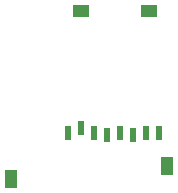
<source format=gbp>
G04 This is an RS-274x file exported by *
G04 gerbv version 2.6.0 *
G04 More information is available about gerbv at *
G04 http://gerbv.gpleda.org/ *
G04 --End of header info--*
%MOIN*%
%FSLAX34Y34*%
%IPPOS*%
G04 --Define apertures--*
%ADD10C,0.0059*%
%ADD11R,0.0236X0.0473*%
%ADD12R,0.0441X0.0598*%
%ADD13R,0.0567X0.0441*%
G04 --Start main section--*
G54D11*
G01X0001844Y-006240D03*
G01X0002277Y-006240D03*
G01X0001411Y-006319D03*
G01X0000978Y-006240D03*
G01X-000753Y-006240D03*
G01X-000320Y-006083D03*
G01X0000112Y-006240D03*
G01X0000545Y-006319D03*
G54D12*
G01X0002553Y-007362D03*
G01X-002662Y-007795D03*
G54D13*
G01X0001943Y-002185D03*
G01X-000340Y-002185D03*
M02*

</source>
